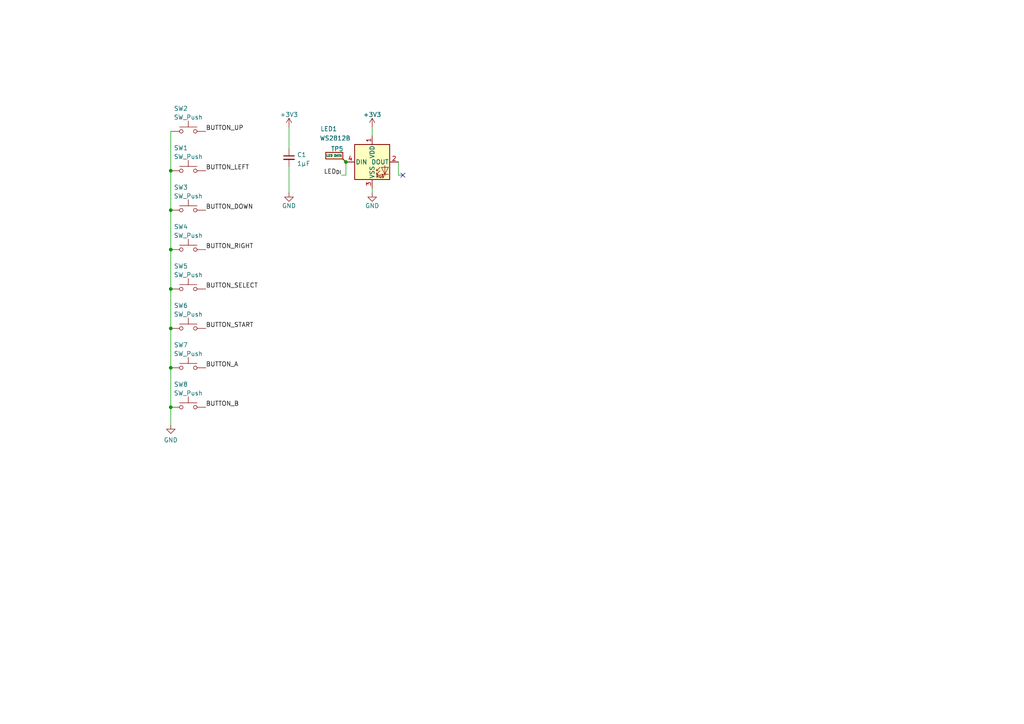
<source format=kicad_sch>
(kicad_sch (version 20211123) (generator eeschema)
  (paper "A4")
  (title_block (title "Soldering Induction (July 2022)") (date "2022-07-19") (rev "3.5.0") (company "UNSW Engineering Makerspace"))
  (lib_symbols
    (symbol "4ms_Power-symbol:GND" (power) (pin_names (offset 0))
      (property "Value" "GND" (at 0 -3.81 0))
      (symbol "GND_0_1"
        (polyline (pts (xy 0 0) (xy 0 -1.27) (xy 1.27 -1.27) (xy 0 -2.54) (xy -1.27 -1.27) (xy 0 -1.27)))
      )
      (symbol "GND_1_1"
        (pin power_in line (at 0 0 270) (length 0) hide (name "GND") (number "1"))
      )
    )
    (symbol "Connector:TestPoint_Flag" (pin_numbers hide) (pin_names (offset 0.762) hide)
      (property "Reference" "TP" (at 3.429 1.778 0))
      (property "Value" "TestPoint_Flag" (at 3.302 4.191 0))
      (symbol "TestPoint_Flag_0_1"
        (polyline (pts (xy 0 0) (xy 0.889 0.889)) (stroke (width 0.254)))
        (rectangle (start 0.889 2.794) (end 5.842 0.889) (stroke (width 0.254)) (fill (type background)))
      )
      (symbol "TestPoint_Flag_1_1"
        (pin passive line (at 0 0 90) (length 0) (name "1") (number "1"))
      )
    )
    (symbol "Device:C_Small" (pin_numbers hide) (pin_names (offset 0.254) hide)
      (property "Reference" "C" (at 0.254 1.778 0))
      (property "Value" "C_Small" (at 0.254 -2.032 0))
      (symbol "C_Small_0_1"
        (polyline (pts (xy -1.524 -0.508) (xy 1.524 -0.508)) (stroke (width 0.3302)))
        (polyline (pts (xy -1.524 0.508) (xy 1.524 0.508)) (stroke (width 0.3048)))
      )
      (symbol "C_Small_1_1"
        (pin passive line (at 0 2.54 270) (length 2.032) (name "~") (number "1"))
        (pin passive line (at 0 -2.54 90) (length 2.032) (name "~") (number "2"))
      )
    )
    (symbol "LED:WS2812B" (pin_names (offset 0.254))
      (property "Reference" "D" (at 5.08 5.715 0))
      (property "Value" "WS2812B" (at 1.27 -5.715 0))
      (symbol "WS2812B_0_0"
        (text "RGB" (at 2.286 -4.191 0) (effects (font (size 0.762 0.762))))
      )
      (symbol "WS2812B_0_1"
        (polyline (pts (xy 1.27 -3.556) (xy 1.778 -3.556)))
        (polyline (pts (xy 1.27 -2.54) (xy 1.778 -2.54)))
        (polyline (pts (xy 4.699 -3.556) (xy 2.667 -3.556)))
        (polyline (pts (xy 2.286 -2.54) (xy 1.27 -3.556) (xy 1.27 -3.048)))
        (polyline (pts (xy 2.286 -1.524) (xy 1.27 -2.54) (xy 1.27 -2.032)))
        (polyline (pts (xy 3.683 -1.016) (xy 3.683 -3.556) (xy 3.683 -4.064)))
        (polyline (pts (xy 4.699 -1.524) (xy 2.667 -1.524) (xy 3.683 -3.556) (xy 4.699 -1.524)))
        (rectangle (start 5.08 5.08) (end -5.08 -5.08) (stroke (width 0.254)) (fill (type background)))
      )
      (symbol "WS2812B_1_1"
        (pin power_in line (at 0 7.62 270) (length 2.54) (name "VDD") (number "1"))
        (pin output line (at 7.62 0 180) (length 2.54) (name "DOUT") (number "2"))
        (pin power_in line (at 0 -7.62 90) (length 2.54) (name "VSS") (number "3"))
        (pin input line (at -7.62 0 0) (length 2.54) (name "DIN") (number "4"))
      )
    )
    (symbol "Switch:SW_Push" (pin_numbers hide) (pin_names (offset 1.016) hide)
      (property "Reference" "SW" (at 1.27 2.54 0))
      (property "Value" "SW_Push" (at 0 -1.524 0))
      (symbol "SW_Push_0_1"
        (circle (center -2.032 0) (radius 0.508))
        (polyline (pts (xy 0 1.27) (xy 0 3.048)))
        (polyline (pts (xy 2.54 1.27) (xy -2.54 1.27)))
        (circle (center 2.032 0) (radius 0.508))
        (pin passive line (at -5.08 0 0) (length 2.54) (name "1") (number "1"))
        (pin passive line (at 5.08 0 180) (length 2.54) (name "2") (number "2"))
      )
    )
    (symbol "power:+3V3" (power) (pin_names (offset 0))
      (property "Value" "+3V3" (at 0 3.556 0))
      (symbol "+3V3_0_1"
        (polyline (pts (xy -0.762 1.27) (xy 0 2.54)))
        (polyline (pts (xy 0 0) (xy 0 2.54)))
        (polyline (pts (xy 0 2.54) (xy 0.762 1.27)))
      )
      (symbol "+3V3_1_1"
        (pin power_in line (at 0 0 90) (length 0) hide (name "+3V3") (number "1"))
      )
    )
  )
  (junction (at 49.53 106.68))
  (junction (at 49.53 72.39))
  (junction (at 49.53 60.96))
  (junction (at 49.53 83.82))
  (junction (at 100.33 46.99))
  (junction (at 49.53 118.11))
  (junction (at 49.53 95.25))
  (junction (at 49.53 49.53))
  (no_connect (at 116.84 50.8))
  (wire (pts (xy 115.57 46.99) (xy 115.57 50.8)))
  (wire (pts (xy 49.53 106.68) (xy 49.53 118.11)))
  (wire (pts (xy 49.53 38.1) (xy 49.53 49.53)))
  (wire (pts (xy 83.82 36.83) (xy 83.82 43.18)))
  (wire (pts (xy 100.33 50.8) (xy 99.06 50.8)))
  (wire (pts (xy 49.53 83.82) (xy 49.53 95.25)))
  (wire (pts (xy 100.33 46.99) (xy 100.33 50.8)))
  (wire (pts (xy 49.53 118.11) (xy 49.53 123.19)))
  (wire (pts (xy 49.53 60.96) (xy 49.53 72.39)))
  (wire (pts (xy 49.53 72.39) (xy 49.53 83.82)))
  (wire (pts (xy 49.53 49.53) (xy 49.53 60.96)))
  (wire (pts (xy 115.57 50.8) (xy 116.84 50.8)))
  (wire (pts (xy 107.95 39.37) (xy 107.95 36.83)))
  (wire (pts (xy 49.53 95.25) (xy 49.53 106.68)))
  (wire (pts (xy 83.82 48.26) (xy 83.82 55.88)))
  (wire (pts (xy 107.95 54.61) (xy 107.95 55.88)))
  (label "BUTTON_DOWN" (at 59.69 60.96 0))
  (label "BUTTON_B" (at 59.69 118.11 0))
  (label "BUTTON_START" (at 59.69 95.25 0))
  (label "BUTTON_UP" (at 59.69 38.1 0))
  (label "BUTTON_SELECT" (at 59.69 83.82 0))
  (label "BUTTON_LEFT" (at 59.69 49.53 0))
  (label "LED_{DI}" (at 99.06 50.8 180))
  (label "BUTTON_A" (at 59.69 106.68 0))
  (label "BUTTON_RIGHT" (at 59.69 72.39 0))
  (symbol (lib_id "power:+3V3") (at 107.95 36.83 0) (unit 1)
    (property "Reference" "#PWR0104" (effects hide))
    (property "Value" "+3V3" (at 107.95 33.2542 0))
  )
  (symbol (lib_id "4ms_Power-symbol:GND") (at 49.53 123.19 0) (unit 1)
    (property "Reference" "#PWR0119" (effects hide))
    (property "Value" "GND" (at 49.53 127.6334 0))
  )
  (symbol (lib_id "Switch:SW_Push") (at 54.61 118.11 0) (unit 1)
    (property "Reference" "SW8" (at 50.4182 111.4892 0) (effects (justify left)))
    (property "Value" "SW_Push" (at 54.61 114.0261 0))
    (property "Footprint" "0:SW_TSC016XXXXXXX_4.5x3.0_H2.75" (effects hide))
  )
  (symbol (lib_id "Device:C_Small") (at 83.82 45.72 0) (unit 1)
    (property "Reference" "C1" (at 86.1441 44.8916 0) (effects (justify left)))
    (property "Value" "1μF" (at 86.1441 47.4285 0) (effects (justify left)))
    (property "Footprint" "Capacitor_SMD:C_0805_2012Metric" (effects hide))
  )
  (symbol (lib_id "power:+3V3") (at 83.82 36.83 0) (unit 1)
    (property "Reference" "#PWR0105" (effects hide))
    (property "Value" "+3V3" (at 83.82 33.2542 0))
  )
  (symbol (lib_id "Switch:SW_Push") (at 54.61 60.96 0) (unit 1)
    (property "Reference" "SW3" (at 50.4182 54.3392 0) (effects (justify left)))
    (property "Value" "SW_Push" (at 54.61 56.8761 0))
    (property "Footprint" "0:SW_TSC016XXXXXXX_4.5x3.0_H2.75" (effects hide))
  )
  (symbol (lib_id "Switch:SW_Push") (at 54.61 72.39 0) (unit 1)
    (property "Reference" "SW4" (at 50.4182 65.7692 0) (effects (justify left)))
    (property "Value" "SW_Push" (at 54.61 68.3061 0))
    (property "Footprint" "0:SW_TSC016XXXXXXX_4.5x3.0_H2.75" (effects hide))
  )
  (symbol (lib_id "Switch:SW_Push") (at 54.61 38.1 0) (unit 1)
    (property "Reference" "SW2" (at 50.4182 31.4792 0) (effects (justify left)))
    (property "Value" "SW_Push" (at 54.61 34.0161 0))
    (property "Footprint" "0:SW_TSC016XXXXXXX_4.5x3.0_H2.75" (effects hide))
  )
  (symbol (lib_id "Switch:SW_Push") (at 54.61 83.82 0) (unit 1)
    (property "Reference" "SW5" (at 50.4182 77.1992 0) (effects (justify left)))
    (property "Value" "SW_Push" (at 54.61 79.7361 0))
    (property "Footprint" "0:SW_TSC016XXXXXXX_4.5x3.0_H2.75" (effects hide))
  )
  (symbol (lib_id "4ms_Power-symbol:GND") (at 83.82 55.88 0) (unit 1)
    (property "Reference" "#PWR0113" (effects hide))
    (property "Value" "GND" (at 83.82 59.69 0))
  )
  (symbol (lib_id "Connector:TestPoint_Flag") (at 100.33 46.99 0) (mirror y) (unit 1)
    (property "Reference" "TP5" (at 97.79 43.18 0))
    (property "Value" "LED DATA" (at 99.1742 44.7715 0) (effects (font (size 0.635 0.635)) (justify left top)))
    (property "Footprint" "0:Testpoint_Custom" (effects hide))
  )
  (symbol (lib_id "LED:WS2812B") (at 107.95 46.99 0) (unit 1)
    (property "Reference" "LED1" (at 97.79 38.1 0) (effects (justify right bottom)))
    (property "Value" "WS2812B" (at 92.71 39.37 0) (effects (justify left top)))
    (property "Footprint" "LED_SMD:LED_WS2812B_PLCC4_5.0x5.0mm_P3.2mm" (effects hide))
    (property "Datasheet" "https://cdn-shop.adafruit.com/datasheets/WS2812B.pdf" (effects hide))
  )
  (symbol (lib_id "Switch:SW_Push") (at 54.61 95.25 0) (unit 1)
    (property "Reference" "SW6" (at 50.4182 88.6292 0) (effects (justify left)))
    (property "Value" "SW_Push" (at 54.61 91.1661 0))
    (property "Footprint" "0:SW_TSC016XXXXXXX_4.5x3.0_H2.75" (effects hide))
  )
  (symbol (lib_id "Switch:SW_Push") (at 54.61 106.68 0) (unit 1)
    (property "Reference" "SW7" (at 50.4182 100.0592 0) (effects (justify left)))
    (property "Value" "SW_Push" (at 54.61 102.5961 0))
    (property "Footprint" "0:SW_TSC016XXXXXXX_4.5x3.0_H2.75" (effects hide))
  )
  (symbol (lib_id "Switch:SW_Push") (at 54.61 49.53 0) (unit 1)
    (property "Reference" "SW1" (at 50.4182 42.9092 0) (effects (justify left)))
    (property "Value" "SW_Push" (at 54.61 45.4461 0))
    (property "Footprint" "0:SW_TSC016XXXXXXX_4.5x3.0_H2.75" (effects hide))
  )
  (symbol (lib_id "4ms_Power-symbol:GND") (at 107.95 55.88 0) (unit 1)
    (property "Reference" "#PWR025" (effects hide))
    (property "Value" "GND" (at 107.95 59.69 0))
  )
)
</source>
